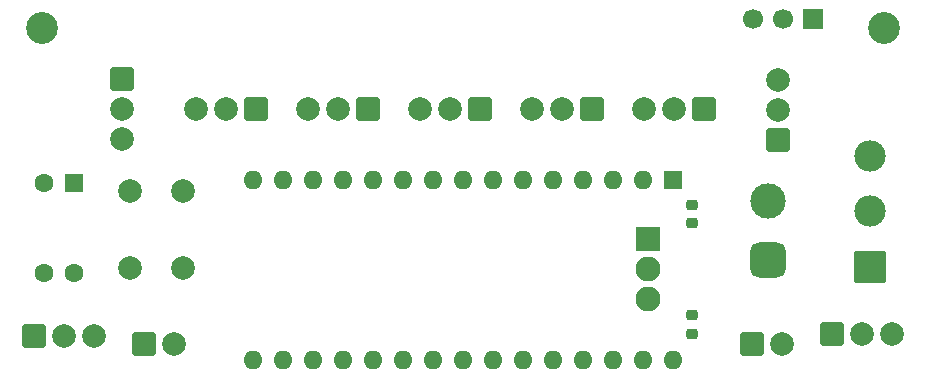
<source format=gbr>
%TF.GenerationSoftware,KiCad,Pcbnew,9.0.2*%
%TF.CreationDate,2025-10-02T19:22:41-04:00*%
%TF.ProjectId,Slippi,536c6970-7069-42e6-9b69-6361645f7063,rev?*%
%TF.SameCoordinates,Original*%
%TF.FileFunction,Soldermask,Bot*%
%TF.FilePolarity,Negative*%
%FSLAX46Y46*%
G04 Gerber Fmt 4.6, Leading zero omitted, Abs format (unit mm)*
G04 Created by KiCad (PCBNEW 9.0.2) date 2025-10-02 19:22:41*
%MOMM*%
%LPD*%
G01*
G04 APERTURE LIST*
G04 Aperture macros list*
%AMRoundRect*
0 Rectangle with rounded corners*
0 $1 Rounding radius*
0 $2 $3 $4 $5 $6 $7 $8 $9 X,Y pos of 4 corners*
0 Add a 4 corners polygon primitive as box body*
4,1,4,$2,$3,$4,$5,$6,$7,$8,$9,$2,$3,0*
0 Add four circle primitives for the rounded corners*
1,1,$1+$1,$2,$3*
1,1,$1+$1,$4,$5*
1,1,$1+$1,$6,$7*
1,1,$1+$1,$8,$9*
0 Add four rect primitives between the rounded corners*
20,1,$1+$1,$2,$3,$4,$5,0*
20,1,$1+$1,$4,$5,$6,$7,0*
20,1,$1+$1,$6,$7,$8,$9,0*
20,1,$1+$1,$8,$9,$2,$3,0*%
G04 Aperture macros list end*
%ADD10RoundRect,0.250000X0.750000X-0.750000X0.750000X0.750000X-0.750000X0.750000X-0.750000X-0.750000X0*%
%ADD11C,2.000000*%
%ADD12RoundRect,0.250000X0.750000X0.750000X-0.750000X0.750000X-0.750000X-0.750000X0.750000X-0.750000X0*%
%ADD13RoundRect,0.250000X-0.750000X-0.750000X0.750000X-0.750000X0.750000X0.750000X-0.750000X0.750000X0*%
%ADD14R,1.600000X1.600000*%
%ADD15O,1.600000X1.600000*%
%ADD16RoundRect,0.250000X-0.550000X0.550000X-0.550000X-0.550000X0.550000X-0.550000X0.550000X0.550000X0*%
%ADD17C,1.600000*%
%ADD18RoundRect,0.250000X-0.750000X0.750000X-0.750000X-0.750000X0.750000X-0.750000X0.750000X0.750000X0*%
%ADD19R,1.700000X1.700000*%
%ADD20C,1.700000*%
%ADD21RoundRect,0.750000X0.750000X-0.750000X0.750000X0.750000X-0.750000X0.750000X-0.750000X-0.750000X0*%
%ADD22C,3.000000*%
%ADD23C,2.700000*%
%ADD24RoundRect,0.102000X1.225000X1.225000X-1.225000X1.225000X-1.225000X-1.225000X1.225000X-1.225000X0*%
%ADD25C,2.654000*%
%ADD26RoundRect,0.102000X-0.955000X0.955000X-0.955000X-0.955000X0.955000X-0.955000X0.955000X0.955000X0*%
%ADD27C,2.114000*%
%ADD28RoundRect,0.225000X-0.250000X0.225000X-0.250000X-0.225000X0.250000X-0.225000X0.250000X0.225000X0*%
%ADD29RoundRect,0.225000X0.250000X-0.225000X0.250000X0.225000X-0.250000X0.225000X-0.250000X-0.225000X0*%
G04 APERTURE END LIST*
D10*
%TO.C,J5*%
X134717500Y-70145000D03*
D11*
X134717500Y-67605000D03*
X134717500Y-65065000D03*
%TD*%
D12*
%TO.C,J6*%
X90500000Y-67500000D03*
D11*
X87960000Y-67500000D03*
X85420000Y-67500000D03*
%TD*%
%TO.C,SW3*%
X84350000Y-74450000D03*
X84350000Y-80950000D03*
X79850000Y-74450000D03*
X79850000Y-80950000D03*
%TD*%
D13*
%TO.C,J13*%
X132500000Y-87417500D03*
D11*
X135040000Y-87417500D03*
%TD*%
D13*
%TO.C,J9*%
X139300000Y-86600000D03*
D11*
X141840000Y-86600000D03*
X144380000Y-86600000D03*
%TD*%
D14*
%TO.C,A1*%
X125850000Y-73500000D03*
D15*
X123310000Y-73500000D03*
X120770000Y-73500000D03*
X118230000Y-73500000D03*
X115690000Y-73500000D03*
X113150000Y-73500000D03*
X110610000Y-73500000D03*
X108070000Y-73500000D03*
X105530000Y-73500000D03*
X102990000Y-73500000D03*
X100450000Y-73500000D03*
X97910000Y-73500000D03*
X95370000Y-73500000D03*
X92830000Y-73500000D03*
X90290000Y-73500000D03*
X90290000Y-88740000D03*
X92830000Y-88740000D03*
X95370000Y-88740000D03*
X97910000Y-88740000D03*
X100450000Y-88740000D03*
X102990000Y-88740000D03*
X105530000Y-88740000D03*
X108070000Y-88740000D03*
X110610000Y-88740000D03*
X113150000Y-88740000D03*
X115690000Y-88740000D03*
X118230000Y-88740000D03*
X120770000Y-88740000D03*
X123310000Y-88740000D03*
X125850000Y-88740000D03*
%TD*%
D12*
%TO.C,J3*%
X109500000Y-67500000D03*
D11*
X106960000Y-67500000D03*
X104420000Y-67500000D03*
%TD*%
D13*
%TO.C,J8*%
X71720000Y-86717500D03*
D11*
X74260000Y-86717500D03*
X76800000Y-86717500D03*
%TD*%
D16*
%TO.C,SW2*%
X75100000Y-73800000D03*
D17*
X72560000Y-73800000D03*
X72560000Y-81420000D03*
X75100000Y-81420000D03*
%TD*%
D18*
%TO.C,J1*%
X79200000Y-65000000D03*
D11*
X79200000Y-67540000D03*
X79200000Y-70080000D03*
%TD*%
D12*
%TO.C,J2*%
X100000000Y-67500000D03*
D11*
X97460000Y-67500000D03*
X94920000Y-67500000D03*
%TD*%
D19*
%TO.C,J10*%
X137700000Y-59900000D03*
D20*
X135160000Y-59900000D03*
X132620000Y-59900000D03*
%TD*%
D12*
%TO.C,J7*%
X128500000Y-67500000D03*
D11*
X125960000Y-67500000D03*
X123420000Y-67500000D03*
%TD*%
D21*
%TO.C,J11*%
X133900000Y-80300000D03*
D22*
X133900000Y-75300000D03*
%TD*%
D23*
%TO.C,H2*%
X143700000Y-60700000D03*
%TD*%
D24*
%TO.C,SW1*%
X142544724Y-80900000D03*
D25*
X142544724Y-76200000D03*
X142544724Y-71500000D03*
%TD*%
D13*
%TO.C,J12*%
X81060000Y-87400000D03*
D11*
X83600000Y-87400000D03*
%TD*%
D23*
%TO.C,H1*%
X72400000Y-60700000D03*
%TD*%
D12*
%TO.C,J4*%
X119000000Y-67500000D03*
D11*
X116460000Y-67500000D03*
X113920000Y-67500000D03*
%TD*%
D26*
%TO.C,U3*%
X123700000Y-78500000D03*
D27*
X123700000Y-81050000D03*
X123700000Y-83600000D03*
%TD*%
D28*
%TO.C,C6*%
X127400000Y-85000000D03*
X127400000Y-86550000D03*
%TD*%
D29*
%TO.C,C5*%
X127400000Y-77175000D03*
X127400000Y-75625000D03*
%TD*%
M02*

</source>
